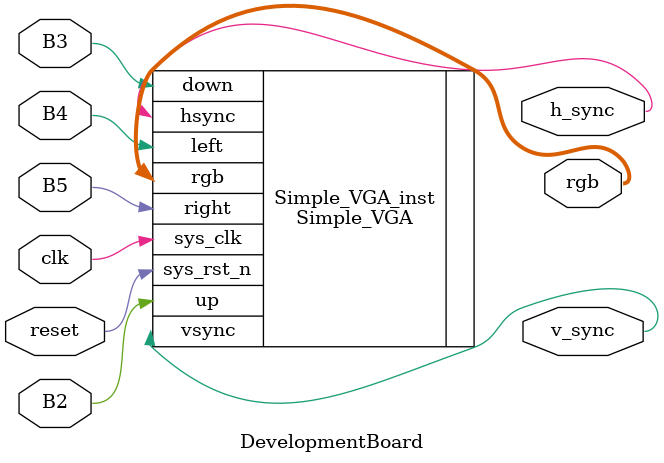
<source format=v>
`timescale 1ns / 1ns

module DevelopmentBoard(
    input wire clk, //50MHz
    input wire reset, B2, B3, B4, B5,
	 // reset is "a"
	 // B2 is "s"
	 // B3 is "d"
	 // B4 is "f"
	 // B5 is "g"
    output wire h_sync, v_sync,
    output wire [15:0] rgb
);

	// instance your model
	Simple_VGA Simple_VGA_inst(
		.sys_clk(clk),
		.sys_rst_n(reset),
		.hsync(h_sync),
		.vsync(v_sync),
		.rgb(rgb),
		.up(B2),
		.down(B3),
		.left(B4),
		.right(B5)
	);
    


endmodule

</source>
